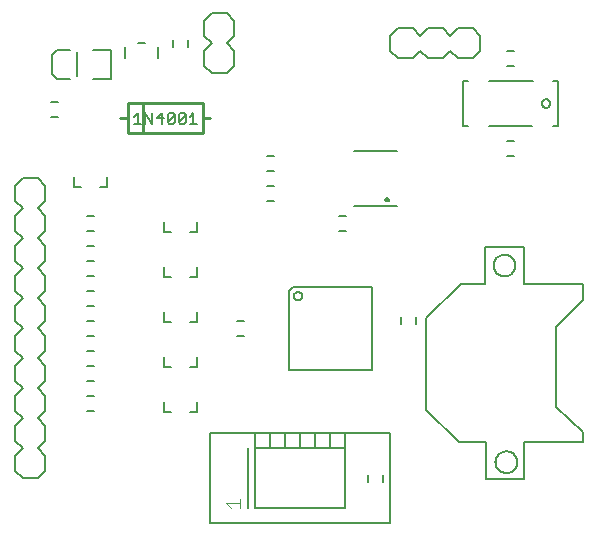
<source format=gto>
G75*
G70*
%OFA0B0*%
%FSLAX24Y24*%
%IPPOS*%
%LPD*%
%AMOC8*
5,1,8,0,0,1.08239X$1,22.5*
%
%ADD10C,0.0080*%
%ADD11C,0.0060*%
%ADD12C,0.0050*%
%ADD13C,0.0040*%
%ADD14C,0.0100*%
D10*
X001304Y002101D02*
X001054Y002351D01*
X001054Y002851D01*
X001304Y003101D01*
X001054Y003351D01*
X001054Y003851D01*
X001304Y004101D01*
X001054Y004351D01*
X001054Y004851D01*
X001304Y005101D01*
X001054Y005351D01*
X001054Y005851D01*
X001304Y006101D01*
X001054Y006351D01*
X001054Y006851D01*
X001304Y007101D01*
X001054Y007351D01*
X001054Y007851D01*
X001304Y008101D01*
X001054Y008351D01*
X001054Y008851D01*
X001304Y009101D01*
X001054Y009351D01*
X001054Y009851D01*
X001304Y010101D01*
X001054Y010351D01*
X001054Y010851D01*
X001304Y011101D01*
X001054Y011351D01*
X001054Y011851D01*
X001304Y012101D01*
X001804Y012101D01*
X002054Y011851D01*
X002054Y011351D01*
X001804Y011101D01*
X002054Y010851D01*
X002054Y010351D01*
X001804Y010101D01*
X002054Y009851D01*
X002054Y009351D01*
X001804Y009101D01*
X002054Y008851D01*
X002054Y008351D01*
X001804Y008101D01*
X002054Y007851D01*
X002054Y007351D01*
X001804Y007101D01*
X002054Y006851D01*
X002054Y006351D01*
X001804Y006101D01*
X002054Y005851D01*
X002054Y005351D01*
X001804Y005101D01*
X002054Y004851D01*
X002054Y004351D01*
X001804Y004101D01*
X002054Y003851D01*
X002054Y003351D01*
X001804Y003101D01*
X002054Y002851D01*
X002054Y002351D01*
X001804Y002101D01*
X001304Y002101D01*
X006003Y004325D02*
X006003Y004640D01*
X006003Y004325D02*
X006239Y004325D01*
X006869Y004325D02*
X007106Y004325D01*
X007106Y004640D01*
X007106Y005825D02*
X006869Y005825D01*
X007106Y005825D02*
X007106Y006140D01*
X006239Y005825D02*
X006003Y005825D01*
X006003Y006140D01*
X006003Y007325D02*
X006003Y007640D01*
X006003Y007325D02*
X006239Y007325D01*
X006869Y007325D02*
X007106Y007325D01*
X007106Y007640D01*
X007106Y008825D02*
X006869Y008825D01*
X007106Y008825D02*
X007106Y009140D01*
X006239Y008825D02*
X006003Y008825D01*
X006003Y009140D01*
X006003Y010325D02*
X006003Y010640D01*
X006003Y010325D02*
X006239Y010325D01*
X006869Y010325D02*
X007106Y010325D01*
X007106Y010640D01*
X004106Y011825D02*
X004106Y012140D01*
X004106Y011825D02*
X003869Y011825D01*
X003239Y011825D02*
X003003Y011825D01*
X003003Y012140D01*
X002861Y015428D02*
X002428Y015428D01*
X002270Y015586D01*
X002270Y016216D01*
X002428Y016373D01*
X002861Y016373D01*
X003648Y016373D02*
X004239Y016373D01*
X004239Y015428D01*
X003648Y015428D01*
X004694Y016132D02*
X004694Y016470D01*
X005149Y016620D02*
X005360Y016620D01*
X005814Y016470D02*
X005814Y016132D01*
X007354Y016351D02*
X007354Y015851D01*
X007604Y015601D01*
X008104Y015601D01*
X008354Y015851D01*
X008354Y016351D01*
X008104Y016601D01*
X008354Y016851D01*
X008354Y017351D01*
X008104Y017601D01*
X007604Y017601D01*
X007354Y017351D01*
X007354Y016851D01*
X007604Y016601D01*
X007354Y016351D01*
X013554Y016351D02*
X013554Y016851D01*
X013804Y017101D01*
X014304Y017101D01*
X014554Y016851D01*
X014804Y017101D01*
X015304Y017101D01*
X015554Y016851D01*
X015804Y017101D01*
X016304Y017101D01*
X016554Y016851D01*
X016554Y016351D01*
X016304Y016101D01*
X015804Y016101D01*
X015554Y016351D01*
X015304Y016101D01*
X014804Y016101D01*
X014554Y016351D01*
X014304Y016101D01*
X013804Y016101D01*
X013554Y016351D01*
X015980Y015349D02*
X015980Y013853D01*
X016137Y013853D01*
X016846Y013853D02*
X018263Y013853D01*
X018972Y013853D02*
X019129Y013853D01*
X019129Y015349D01*
X018972Y015349D01*
X018302Y015349D02*
X016846Y015349D01*
X016137Y015349D02*
X015980Y015349D01*
X018593Y014601D02*
X018595Y014624D01*
X018601Y014647D01*
X018610Y014669D01*
X018623Y014688D01*
X018639Y014705D01*
X018657Y014720D01*
X018678Y014731D01*
X018700Y014739D01*
X018723Y014743D01*
X018747Y014743D01*
X018770Y014739D01*
X018792Y014731D01*
X018813Y014720D01*
X018831Y014705D01*
X018847Y014688D01*
X018860Y014669D01*
X018869Y014647D01*
X018875Y014624D01*
X018877Y014601D01*
X018875Y014578D01*
X018869Y014555D01*
X018860Y014533D01*
X018847Y014514D01*
X018831Y014497D01*
X018813Y014482D01*
X018792Y014471D01*
X018770Y014463D01*
X018747Y014459D01*
X018723Y014459D01*
X018700Y014463D01*
X018678Y014471D01*
X018657Y014482D01*
X018639Y014497D01*
X018623Y014514D01*
X018610Y014533D01*
X018601Y014555D01*
X018595Y014578D01*
X018593Y014601D01*
X013387Y011391D02*
X013389Y011406D01*
X013395Y011419D01*
X013404Y011431D01*
X013415Y011440D01*
X013429Y011446D01*
X013444Y011448D01*
X013459Y011446D01*
X013472Y011440D01*
X013484Y011431D01*
X013493Y011420D01*
X013499Y011406D01*
X013501Y011391D01*
X013499Y011376D01*
X013493Y011363D01*
X013484Y011351D01*
X013473Y011342D01*
X013459Y011336D01*
X013444Y011334D01*
X013429Y011336D01*
X013416Y011342D01*
X013404Y011351D01*
X013395Y011362D01*
X013389Y011376D01*
X013387Y011391D01*
X012054Y003101D02*
X011554Y003101D01*
X011054Y003101D01*
X010554Y003101D01*
X010054Y003101D01*
X009554Y003101D01*
X009054Y003101D01*
X009054Y001101D01*
X012054Y001101D01*
X012054Y003101D01*
X008804Y003101D02*
X008804Y001101D01*
D11*
X012818Y001983D02*
X012818Y002219D01*
X013291Y002219D02*
X013291Y001983D01*
X012934Y005721D02*
X010174Y005721D01*
X010174Y008341D01*
X010314Y008481D01*
X012934Y008481D01*
X012934Y005721D01*
X013918Y007233D02*
X013918Y007469D01*
X014391Y007469D02*
X014391Y007233D01*
X012072Y010365D02*
X011836Y010365D01*
X011836Y010837D02*
X012072Y010837D01*
X012344Y011171D02*
X013764Y011171D01*
X013764Y013031D02*
X012344Y013031D01*
X009672Y012837D02*
X009436Y012837D01*
X009436Y012365D02*
X009672Y012365D01*
X009672Y011837D02*
X009436Y011837D01*
X009436Y011365D02*
X009672Y011365D01*
X010333Y008181D02*
X010335Y008204D01*
X010341Y008227D01*
X010350Y008248D01*
X010363Y008268D01*
X010379Y008285D01*
X010397Y008299D01*
X010417Y008310D01*
X010439Y008318D01*
X010462Y008322D01*
X010486Y008322D01*
X010509Y008318D01*
X010531Y008310D01*
X010551Y008299D01*
X010569Y008285D01*
X010585Y008268D01*
X010598Y008248D01*
X010607Y008227D01*
X010613Y008204D01*
X010615Y008181D01*
X010613Y008158D01*
X010607Y008135D01*
X010598Y008114D01*
X010585Y008094D01*
X010569Y008077D01*
X010551Y008063D01*
X010531Y008052D01*
X010509Y008044D01*
X010486Y008040D01*
X010462Y008040D01*
X010439Y008044D01*
X010417Y008052D01*
X010397Y008063D01*
X010379Y008077D01*
X010363Y008094D01*
X010350Y008114D01*
X010341Y008135D01*
X010335Y008158D01*
X010333Y008181D01*
X008672Y007337D02*
X008436Y007337D01*
X008436Y006865D02*
X008672Y006865D01*
X003672Y006837D02*
X003436Y006837D01*
X003436Y007365D02*
X003672Y007365D01*
X003672Y007837D02*
X003436Y007837D01*
X003436Y008365D02*
X003672Y008365D01*
X003672Y008837D02*
X003436Y008837D01*
X003436Y009365D02*
X003672Y009365D01*
X003672Y009837D02*
X003436Y009837D01*
X003436Y010365D02*
X003672Y010365D01*
X003672Y010837D02*
X003436Y010837D01*
X002472Y014165D02*
X002236Y014165D01*
X002236Y014637D02*
X002472Y014637D01*
X006318Y016483D02*
X006318Y016719D01*
X006791Y016719D02*
X006791Y016483D01*
X003672Y006365D02*
X003436Y006365D01*
X003436Y005837D02*
X003672Y005837D01*
X003672Y005365D02*
X003436Y005365D01*
X003436Y004837D02*
X003672Y004837D01*
X003672Y004365D02*
X003436Y004365D01*
X017436Y012865D02*
X017672Y012865D01*
X017672Y013337D02*
X017436Y013337D01*
X017436Y015865D02*
X017672Y015865D01*
X017672Y016337D02*
X017436Y016337D01*
D12*
X018000Y009825D02*
X016709Y009825D01*
X016709Y008573D01*
X015909Y008573D01*
X014732Y007457D01*
X014732Y004384D01*
X015848Y003329D01*
X016748Y003329D01*
X016748Y002077D01*
X018000Y002077D01*
X018000Y003329D01*
X019973Y003329D01*
X019973Y003651D01*
X019088Y004493D01*
X019088Y007151D01*
X019973Y008051D01*
X019973Y008573D01*
X018000Y008573D01*
X018000Y009825D01*
X016993Y009200D02*
X016995Y009238D01*
X017001Y009275D01*
X017011Y009312D01*
X017024Y009347D01*
X017041Y009380D01*
X017062Y009412D01*
X017086Y009442D01*
X017112Y009468D01*
X017142Y009492D01*
X017173Y009513D01*
X017207Y009530D01*
X017242Y009543D01*
X017279Y009553D01*
X017316Y009559D01*
X017354Y009561D01*
X017392Y009559D01*
X017429Y009553D01*
X017466Y009543D01*
X017501Y009530D01*
X017534Y009513D01*
X017566Y009492D01*
X017596Y009468D01*
X017622Y009442D01*
X017646Y009412D01*
X017667Y009381D01*
X017684Y009347D01*
X017697Y009312D01*
X017707Y009275D01*
X017713Y009238D01*
X017715Y009200D01*
X017713Y009162D01*
X017707Y009125D01*
X017697Y009088D01*
X017684Y009053D01*
X017667Y009020D01*
X017646Y008988D01*
X017622Y008958D01*
X017596Y008932D01*
X017566Y008908D01*
X017535Y008887D01*
X017501Y008870D01*
X017466Y008857D01*
X017429Y008847D01*
X017392Y008841D01*
X017354Y008839D01*
X017316Y008841D01*
X017279Y008847D01*
X017242Y008857D01*
X017207Y008870D01*
X017174Y008887D01*
X017142Y008908D01*
X017112Y008932D01*
X017086Y008958D01*
X017062Y008988D01*
X017041Y009019D01*
X017024Y009053D01*
X017011Y009088D01*
X017001Y009125D01*
X016995Y009162D01*
X016993Y009200D01*
X013554Y003601D02*
X012054Y003601D01*
X012054Y003101D01*
X011554Y003101D02*
X011554Y003601D01*
X012054Y003601D01*
X011554Y003601D02*
X011054Y003601D01*
X011054Y003101D01*
X010554Y003101D02*
X010554Y003601D01*
X011054Y003601D01*
X010554Y003601D02*
X010054Y003601D01*
X010054Y003101D01*
X009554Y003101D02*
X009554Y003601D01*
X010054Y003601D01*
X009554Y003601D02*
X009054Y003601D01*
X009054Y003101D01*
X009054Y003601D02*
X007554Y003601D01*
X007554Y000601D01*
X013554Y000601D01*
X013554Y003601D01*
X017054Y002644D02*
X017056Y002682D01*
X017062Y002719D01*
X017072Y002756D01*
X017085Y002791D01*
X017102Y002824D01*
X017123Y002856D01*
X017147Y002886D01*
X017173Y002912D01*
X017203Y002936D01*
X017234Y002957D01*
X017268Y002974D01*
X017303Y002987D01*
X017340Y002997D01*
X017377Y003003D01*
X017415Y003005D01*
X017453Y003003D01*
X017490Y002997D01*
X017527Y002987D01*
X017562Y002974D01*
X017595Y002957D01*
X017627Y002936D01*
X017657Y002912D01*
X017683Y002886D01*
X017707Y002856D01*
X017728Y002825D01*
X017745Y002791D01*
X017758Y002756D01*
X017768Y002719D01*
X017774Y002682D01*
X017776Y002644D01*
X017774Y002606D01*
X017768Y002569D01*
X017758Y002532D01*
X017745Y002497D01*
X017728Y002464D01*
X017707Y002432D01*
X017683Y002402D01*
X017657Y002376D01*
X017627Y002352D01*
X017596Y002331D01*
X017562Y002314D01*
X017527Y002301D01*
X017490Y002291D01*
X017453Y002285D01*
X017415Y002283D01*
X017377Y002285D01*
X017340Y002291D01*
X017303Y002301D01*
X017268Y002314D01*
X017235Y002331D01*
X017203Y002352D01*
X017173Y002376D01*
X017147Y002402D01*
X017123Y002432D01*
X017102Y002463D01*
X017085Y002497D01*
X017072Y002532D01*
X017062Y002569D01*
X017056Y002606D01*
X017054Y002644D01*
X007094Y013926D02*
X006861Y013926D01*
X006978Y013926D02*
X006978Y014276D01*
X006861Y014159D01*
X006726Y014218D02*
X006726Y013984D01*
X006668Y013926D01*
X006551Y013926D01*
X006493Y013984D01*
X006726Y014218D01*
X006668Y014276D01*
X006551Y014276D01*
X006493Y014218D01*
X006493Y013984D01*
X006358Y013984D02*
X006358Y014218D01*
X006124Y013984D01*
X006183Y013926D01*
X006299Y013926D01*
X006358Y013984D01*
X006124Y013984D02*
X006124Y014218D01*
X006183Y014276D01*
X006299Y014276D01*
X006358Y014218D01*
X005990Y014101D02*
X005756Y014101D01*
X005931Y014276D01*
X005931Y013926D01*
X005621Y013926D02*
X005621Y014276D01*
X005388Y014276D02*
X005621Y013926D01*
X005388Y013926D02*
X005388Y014276D01*
X005136Y014276D02*
X005136Y013926D01*
X005019Y013926D02*
X005253Y013926D01*
X005019Y014159D02*
X005136Y014276D01*
X003104Y015501D02*
X003104Y016301D01*
D13*
X008534Y001428D02*
X008534Y001121D01*
X008534Y001274D02*
X008074Y001274D01*
X008227Y001121D01*
D14*
X007304Y013601D02*
X005304Y013601D01*
X005304Y014601D01*
X004804Y014601D01*
X004804Y014101D01*
X004554Y014101D01*
X004804Y014101D02*
X004804Y013601D01*
X005304Y013601D01*
X005304Y014601D02*
X007304Y014601D01*
X007304Y014101D01*
X007554Y014101D01*
X007304Y014101D02*
X007304Y013601D01*
M02*

</source>
